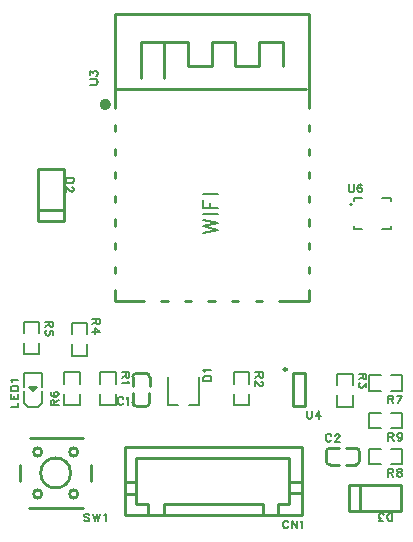
<source format=gto>
G04 Layer: TopSilkscreenLayer*
G04 EasyEDA Pro v1.8.39.fb3963, 2022-11-08 16:35:25*
G04 Gerber Generator version 0.3*
G04 Scale: 100 percent, Rotated: No, Reflected: No*
G04 Dimensions in millimeters*
G04 Leading zeros omitted, absolute positions, 3 integers and 3 decimals*
%FSLAX33Y33*%
%MOMM*%
%ADD10C,0.2032*%
%ADD11C,0.1524*%
%ADD12C,0.254*%
%ADD13C,0.24892*%
%ADD14C,0.151994*%
%ADD15C,0.14986*%
%ADD16C,0.5045*%
%ADD17C,0.499999*%
G75*


G04 Text Start*
G04 //text: WIFI*
G54D10*
G01X17586Y-19194D02*
G01X18788Y-18907D01*
G01X17586Y-18622D02*
G01X18788Y-18907D01*
G01X17586Y-18622D02*
G01X18788Y-18335D01*
G01X17586Y-18051D02*
G01X18788Y-18335D01*
G01X17586Y-17573D02*
G01X18788Y-17573D01*
G01X17586Y-17096D02*
G01X18788Y-17096D01*
G01X17586Y-17096D02*
G01X17586Y-16351D01*
G01X18158Y-17096D02*
G01X18158Y-16638D01*
G01X17586Y-15874D02*
G01X18788Y-15874D01*
G04 //text: U3*
G54D11*
G01X8000Y-6615D02*
G01X8465Y-6615D01*
G01X8557Y-6585D01*
G01X8620Y-6521D01*
G01X8651Y-6430D01*
G01Y-6366D01*
G01X8620Y-6275D01*
G01X8557Y-6214D01*
G01X8465Y-6181D01*
G01X8000D01*
G01X8000Y-5817D02*
G01X8000Y-5477D01*
G01X8247Y-5665D01*
G01Y-5571D01*
G01X8277Y-5510D01*
G01X8310Y-5477D01*
G01X8402Y-5447D01*
G01X8465D01*
G01X8557Y-5477D01*
G01X8620Y-5541D01*
G01X8651Y-5632D01*
G01Y-5726D01*
G01X8620Y-5817D01*
G01X8587Y-5851D01*
G01X8526Y-5881D01*
G04 //text: U4*
G01X26365Y-34237D02*
G01X26365Y-34701D01*
G01X26396Y-34793D01*
G01X26459Y-34856D01*
G01X26551Y-34887D01*
G01X26614D01*
G01X26706Y-34856D01*
G01X26767Y-34793D01*
G01X26800Y-34701D01*
G01Y-34237D01*
G01X27409Y-34237D02*
G01X27099Y-34668D01*
G01X27564D01*
G01X27409Y-34237D02*
G01X27409Y-34887D01*
G04 //text: C1*
G01X10783Y-33231D02*
G01X10753Y-33167D01*
G01X10689Y-33106D01*
G01X10628Y-33076D01*
G01X10504D01*
G01X10443Y-33106D01*
G01X10379Y-33167D01*
G01X10349Y-33231D01*
G01X10318Y-33322D01*
G01Y-33477D01*
G01X10349Y-33571D01*
G01X10379Y-33632D01*
G01X10443Y-33696D01*
G01X10504Y-33726D01*
G01X10628D01*
G01X10689Y-33696D01*
G01X10753Y-33632D01*
G01X10783Y-33571D01*
G01X11083Y-33200D02*
G01X11146Y-33167D01*
G01X11238Y-33076D01*
G01Y-33726D01*
G04 //text: D1*
G01X17580Y-31695D02*
G01X18230Y-31695D01*
G01X17580Y-31695D02*
G01X17580Y-31479D01*
G01X17611Y-31386D01*
G01X17672Y-31325D01*
G01X17735Y-31294D01*
G01X17827Y-31261D01*
G01X17981D01*
G01X18075Y-31294D01*
G01X18136Y-31325D01*
G01X18200Y-31386D01*
G01X18230Y-31479D01*
G01Y-31695D01*
G01X17705Y-30961D02*
G01X17672Y-30898D01*
G01X17580Y-30806D01*
G01X18230D01*
G04 //text: R3*
G01X31397Y-31118D02*
G01X30747Y-31118D01*
G01X31397Y-31118D02*
G01X31397Y-31398D01*
G01X31367Y-31489D01*
G01X31336Y-31520D01*
G01X31273Y-31553D01*
G01X31212D01*
G01X31151Y-31520D01*
G01X31120Y-31489D01*
G01X31087Y-31398D01*
G01Y-31118D01*
G01X31087Y-31334D02*
G01X30747Y-31553D01*
G01X31397Y-31916D02*
G01X31397Y-32256D01*
G01X31151Y-32068D01*
G01Y-32162D01*
G01X31120Y-32223D01*
G01X31087Y-32256D01*
G01X30996Y-32287D01*
G01X30932D01*
G01X30841Y-32256D01*
G01X30777Y-32193D01*
G01X30747Y-32101D01*
G01Y-32007D01*
G01X30777Y-31916D01*
G01X30810Y-31883D01*
G01X30871Y-31852D01*
G04 //text: R4*
G01X8816Y-26492D02*
G01X8166Y-26492D01*
G01X8816Y-26492D02*
G01X8816Y-26772D01*
G01X8786Y-26863D01*
G01X8755Y-26894D01*
G01X8692Y-26927D01*
G01X8631D01*
G01X8570Y-26894D01*
G01X8539Y-26863D01*
G01X8506Y-26772D01*
G01Y-26492D01*
G01X8506Y-26708D02*
G01X8166Y-26927D01*
G01X8816Y-27536D02*
G01X8385Y-27226D01*
G01Y-27691D01*
G01X8816Y-27536D02*
G01X8166Y-27536D01*
G04 //text: SW1*
G01X7929Y-43043D02*
G01X7865Y-42982D01*
G01X7774Y-42951D01*
G01X7649D01*
G01X7555Y-42982D01*
G01X7494Y-43043D01*
G01Y-43106D01*
G01X7525Y-43167D01*
G01X7555Y-43198D01*
G01X7619Y-43228D01*
G01X7804Y-43292D01*
G01X7865Y-43322D01*
G01X7896Y-43353D01*
G01X7929Y-43416D01*
G01Y-43508D01*
G01X7865Y-43571D01*
G01X7774Y-43602D01*
G01X7649D01*
G01X7555Y-43571D01*
G01X7494Y-43508D01*
G01X8228Y-42951D02*
G01X8383Y-43602D01*
G01X8538Y-42951D02*
G01X8383Y-43602D01*
G01X8538Y-42951D02*
G01X8693Y-43602D01*
G01X8848Y-42951D02*
G01X8693Y-43602D01*
G01X9148Y-43076D02*
G01X9211Y-43043D01*
G01X9303Y-42951D01*
G01Y-43602D01*
G04 //text: R5*
G01X4854Y-26691D02*
G01X4204Y-26691D01*
G01X4854Y-26691D02*
G01X4854Y-26970D01*
G01X4824Y-27061D01*
G01X4793Y-27092D01*
G01X4730Y-27125D01*
G01X4669D01*
G01X4608Y-27092D01*
G01X4577Y-27061D01*
G01X4544Y-26970D01*
G01Y-26691D01*
G01X4544Y-26906D02*
G01X4204Y-27125D01*
G01X4854Y-27795D02*
G01X4854Y-27488D01*
G01X4577Y-27455D01*
G01X4608Y-27488D01*
G01X4638Y-27580D01*
G01Y-27674D01*
G01X4608Y-27765D01*
G01X4544Y-27828D01*
G01X4453Y-27859D01*
G01X4389D01*
G01X4298Y-27828D01*
G01X4234Y-27765D01*
G01X4204Y-27674D01*
G01Y-27580D01*
G01X4234Y-27488D01*
G01X4267Y-27455D01*
G01X4328Y-27425D01*
G04 //text: R6*
G01X4671Y-33761D02*
G01X5321Y-33761D01*
G01X4671Y-33761D02*
G01X4671Y-33482D01*
G01X4701Y-33391D01*
G01X4732Y-33360D01*
G01X4795Y-33327D01*
G01X4856D01*
G01X4917Y-33360D01*
G01X4948Y-33391D01*
G01X4981Y-33482D01*
G01Y-33761D01*
G01X4981Y-33546D02*
G01X5321Y-33327D01*
G01X4762Y-32657D02*
G01X4701Y-32687D01*
G01X4671Y-32778D01*
G01Y-32842D01*
G01X4701Y-32933D01*
G01X4795Y-32997D01*
G01X4948Y-33027D01*
G01X5103D01*
G01X5227Y-32997D01*
G01X5291Y-32933D01*
G01X5321Y-32842D01*
G01Y-32811D01*
G01X5291Y-32718D01*
G01X5227Y-32657D01*
G01X5136Y-32624D01*
G01X5103D01*
G01X5011Y-32657D01*
G01X4948Y-32718D01*
G01X4917Y-32811D01*
G01Y-32842D01*
G01X4948Y-32933D01*
G01X5011Y-32997D01*
G01X5103Y-33027D01*
G04 //text: LED1*
G01X1276Y-33910D02*
G01X1927Y-33910D01*
G01X1927Y-33910D02*
G01X1927Y-33539D01*
G01X1276Y-33237D02*
G01X1927Y-33237D01*
G01X1276Y-33237D02*
G01X1276Y-32836D01*
G01X1586Y-33237D02*
G01X1586Y-32991D01*
G01X1927Y-33237D02*
G01X1927Y-32836D01*
G01X1276Y-32534D02*
G01X1927Y-32534D01*
G01X1276Y-32534D02*
G01X1276Y-32318D01*
G01X1307Y-32224D01*
G01X1368Y-32163D01*
G01X1431Y-32132D01*
G01X1523Y-32102D01*
G01X1678D01*
G01X1772Y-32132D01*
G01X1833Y-32163D01*
G01X1896Y-32224D01*
G01X1927Y-32318D01*
G01Y-32534D01*
G01X1401Y-31800D02*
G01X1368Y-31739D01*
G01X1276Y-31645D01*
G01X1927D01*
G04 //text: R2*
G01X22634Y-30991D02*
G01X21984Y-30991D01*
G01X22634Y-30991D02*
G01X22634Y-31271D01*
G01X22604Y-31362D01*
G01X22573Y-31393D01*
G01X22510Y-31426D01*
G01X22449D01*
G01X22388Y-31393D01*
G01X22357Y-31362D01*
G01X22324Y-31271D01*
G01Y-30991D01*
G01X22324Y-31207D02*
G01X21984Y-31426D01*
G01X22479Y-31756D02*
G01X22510Y-31756D01*
G01X22573Y-31789D01*
G01X22604Y-31819D01*
G01X22634Y-31880D01*
G01Y-32005D01*
G01X22604Y-32066D01*
G01X22573Y-32096D01*
G01X22510Y-32129D01*
G01X22449D01*
G01X22388Y-32096D01*
G01X22294Y-32035D01*
G01X21984Y-31725D01*
G01Y-32160D01*
G04 //text: C2*
G01X28411Y-36343D02*
G01X28380Y-36280D01*
G01X28317Y-36219D01*
G01X28256Y-36188D01*
G01X28131D01*
G01X28070Y-36219D01*
G01X28007Y-36280D01*
G01X27976Y-36343D01*
G01X27946Y-36435D01*
G01Y-36590D01*
G01X27976Y-36684D01*
G01X28007Y-36744D01*
G01X28070Y-36808D01*
G01X28131Y-36838D01*
G01X28256D01*
G01X28317Y-36808D01*
G01X28380Y-36744D01*
G01X28411Y-36684D01*
G01X28743Y-36343D02*
G01X28743Y-36313D01*
G01X28774Y-36249D01*
G01X28804Y-36219D01*
G01X28865Y-36188D01*
G01X28990D01*
G01X29051Y-36219D01*
G01X29084Y-36249D01*
G01X29114Y-36313D01*
G01Y-36374D01*
G01X29084Y-36435D01*
G01X29020Y-36529D01*
G01X28710Y-36838D01*
G01X29145D01*
G04 //text: D2*
G01X6611Y-14546D02*
G01X5961Y-14546D01*
G01X6611Y-14546D02*
G01X6611Y-14762D01*
G01X6580Y-14856D01*
G01X6519Y-14917D01*
G01X6456Y-14947D01*
G01X6364Y-14980D01*
G01X6209D01*
G01X6115Y-14947D01*
G01X6055Y-14917D01*
G01X5991Y-14856D01*
G01X5961Y-14762D01*
G01Y-14546D01*
G01X6456Y-15310D02*
G01X6486Y-15310D01*
G01X6550Y-15343D01*
G01X6580Y-15374D01*
G01X6611Y-15435D01*
G01Y-15559D01*
G01X6580Y-15620D01*
G01X6550Y-15651D01*
G01X6486Y-15684D01*
G01X6425D01*
G01X6364Y-15651D01*
G01X6270Y-15590D01*
G01X5961Y-15280D01*
G01Y-15714D01*
G04 //text: D3*
G01X33587Y-43568D02*
G01X33587Y-42918D01*
G01X33587Y-43568D02*
G01X33371Y-43568D01*
G01X33277Y-43537D01*
G01X33216Y-43476D01*
G01X33186Y-43413D01*
G01X33153Y-43321D01*
G01Y-43166D01*
G01X33186Y-43072D01*
G01X33216Y-43012D01*
G01X33277Y-42948D01*
G01X33371Y-42918D01*
G01X33587D01*
G01X32790Y-43568D02*
G01X32449Y-43568D01*
G01X32637Y-43321D01*
G01X32543D01*
G01X32482Y-43291D01*
G01X32449Y-43258D01*
G01X32419Y-43166D01*
G01Y-43103D01*
G01X32449Y-43012D01*
G01X32513Y-42948D01*
G01X32604Y-42918D01*
G01X32698D01*
G01X32790Y-42948D01*
G01X32823Y-42981D01*
G01X32853Y-43042D01*
G04 //text: CN1*
G01X24777Y-43677D02*
G01X24747Y-43613D01*
G01X24683Y-43552D01*
G01X24622Y-43522D01*
G01X24498D01*
G01X24437Y-43552D01*
G01X24373Y-43613D01*
G01X24343Y-43677D01*
G01X24312Y-43768D01*
G01Y-43923D01*
G01X24343Y-44017D01*
G01X24373Y-44078D01*
G01X24437Y-44141D01*
G01X24498Y-44172D01*
G01X24622D01*
G01X24683Y-44141D01*
G01X24747Y-44078D01*
G01X24777Y-44017D01*
G01X25077Y-43522D02*
G01X25077Y-44172D01*
G01X25077Y-43522D02*
G01X25511Y-44172D01*
G01X25511Y-43522D02*
G01X25511Y-44172D01*
G01X25811Y-43646D02*
G01X25874Y-43613D01*
G01X25966Y-43522D01*
G01Y-44172D01*
G04 //text: R7*
G01X33245Y-32941D02*
G01X33245Y-33592D01*
G01X33245Y-32941D02*
G01X33525Y-32941D01*
G01X33616Y-32972D01*
G01X33647Y-33002D01*
G01X33680Y-33066D01*
G01Y-33127D01*
G01X33647Y-33188D01*
G01X33616Y-33218D01*
G01X33525Y-33251D01*
G01X33245D01*
G01X33461Y-33251D02*
G01X33680Y-33592D01*
G01X34414Y-32941D02*
G01X34104Y-33592D01*
G01X33979Y-32941D02*
G01X34414Y-32941D01*
G04 //text: R8*
G01X33228Y-39164D02*
G01X33228Y-39815D01*
G01X33228Y-39164D02*
G01X33507Y-39164D01*
G01X33599Y-39195D01*
G01X33629Y-39225D01*
G01X33662Y-39289D01*
G01Y-39350D01*
G01X33629Y-39411D01*
G01X33599Y-39441D01*
G01X33507Y-39474D01*
G01X33228D01*
G01X33444Y-39474D02*
G01X33662Y-39815D01*
G01X34117Y-39164D02*
G01X34026Y-39195D01*
G01X33993Y-39256D01*
G01Y-39319D01*
G01X34026Y-39380D01*
G01X34087Y-39411D01*
G01X34211Y-39441D01*
G01X34302Y-39474D01*
G01X34366Y-39535D01*
G01X34396Y-39596D01*
G01Y-39690D01*
G01X34366Y-39751D01*
G01X34333Y-39784D01*
G01X34242Y-39815D01*
G01X34117D01*
G01X34026Y-39784D01*
G01X33993Y-39751D01*
G01X33962Y-39690D01*
G01Y-39596D01*
G01X33993Y-39535D01*
G01X34056Y-39474D01*
G01X34148Y-39441D01*
G01X34272Y-39411D01*
G01X34333Y-39380D01*
G01X34366Y-39319D01*
G01Y-39256D01*
G01X34333Y-39195D01*
G01X34242Y-39164D01*
G01X34117D01*
G04 //text: R9*
G01X33259Y-36116D02*
G01X33259Y-36767D01*
G01X33259Y-36116D02*
G01X33538Y-36116D01*
G01X33629Y-36147D01*
G01X33660Y-36177D01*
G01X33693Y-36241D01*
G01Y-36302D01*
G01X33660Y-36363D01*
G01X33629Y-36393D01*
G01X33538Y-36426D01*
G01X33259D01*
G01X33474Y-36426D02*
G01X33693Y-36767D01*
G01X34396Y-36332D02*
G01X34363Y-36426D01*
G01X34302Y-36487D01*
G01X34208Y-36518D01*
G01X34178D01*
G01X34087Y-36487D01*
G01X34023Y-36426D01*
G01X33993Y-36332D01*
G01Y-36302D01*
G01X34023Y-36208D01*
G01X34087Y-36147D01*
G01X34178Y-36116D01*
G01X34208D01*
G01X34302Y-36147D01*
G01X34363Y-36208D01*
G01X34396Y-36332D01*
G01Y-36487D01*
G01X34363Y-36642D01*
G01X34302Y-36736D01*
G01X34208Y-36767D01*
G01X34148D01*
G01X34056Y-36736D01*
G01X34023Y-36673D01*
G04 //text: U6*
G01X29898Y-15054D02*
G01X29898Y-15519D01*
G01X29929Y-15611D01*
G01X29992Y-15674D01*
G01X30084Y-15704D01*
G01X30147D01*
G01X30239Y-15674D01*
G01X30300Y-15611D01*
G01X30333Y-15519D01*
G01Y-15054D01*
G01X31003Y-15146D02*
G01X30973Y-15085D01*
G01X30881Y-15054D01*
G01X30818D01*
G01X30726Y-15085D01*
G01X30663Y-15179D01*
G01X30632Y-15331D01*
G01Y-15486D01*
G01X30663Y-15611D01*
G01X30726Y-15674D01*
G01X30818Y-15704D01*
G01X30848D01*
G01X30942Y-15674D01*
G01X31003Y-15611D01*
G01X31036Y-15519D01*
G01Y-15486D01*
G01X31003Y-15395D01*
G01X30942Y-15331D01*
G01X30848Y-15301D01*
G01X30818D01*
G01X30726Y-15331D01*
G01X30663Y-15395D01*
G01X30632Y-15486D01*
G04 //text: R1*
G01X11331Y-30991D02*
G01X10681Y-30991D01*
G01X11331Y-30991D02*
G01X11331Y-31271D01*
G01X11301Y-31362D01*
G01X11270Y-31393D01*
G01X11207Y-31426D01*
G01X11146D01*
G01X11085Y-31393D01*
G01X11054Y-31362D01*
G01X11021Y-31271D01*
G01Y-30991D01*
G01X11021Y-31207D02*
G01X10681Y-31426D01*
G01X11207Y-31725D02*
G01X11240Y-31789D01*
G01X11331Y-31880D01*
G01X10681D01*
G04 Text End*

G04 PolygonModel Start*
G54D12*
G01X14288Y-3045D02*
G01X16288Y-3045D01*
G01X16288Y-3045D02*
G01X16288Y-5045D01*
G01X16288Y-5045D02*
G01X18288Y-5045D01*
G01X18288Y-5045D02*
G01X18288Y-3045D01*
G01X18288Y-3045D02*
G01X20288Y-3045D01*
G01X20288Y-3045D02*
G01X20288Y-5045D01*
G01X20288Y-5045D02*
G01X22288Y-5045D01*
G01X22288Y-5045D02*
G01X22288Y-3045D01*
G01X22288Y-3045D02*
G01X24288Y-3045D01*
G01X24288Y-3045D02*
G01X24288Y-5045D01*
G01X12557Y-24945D02*
G01X10088Y-24945D01*
G01X14557Y-24945D02*
G01X14019Y-24945D01*
G01X16557Y-24945D02*
G01X16019Y-24945D01*
G01X18557Y-24945D02*
G01X18019Y-24945D01*
G01X20557Y-24945D02*
G01X20019Y-24945D01*
G01X22557Y-24945D02*
G01X22019Y-24945D01*
G01X26488Y-24026D02*
G01X26488Y-24945D01*
G01X26488Y-24945D02*
G01X24019Y-24945D01*
G01X26488Y-22026D02*
G01X26488Y-22564D01*
G01X26488Y-20026D02*
G01X26488Y-20564D01*
G01X26488Y-18026D02*
G01X26488Y-18564D01*
G01X26488Y-16026D02*
G01X26488Y-16564D01*
G01X26488Y-14026D02*
G01X26488Y-14564D01*
G01X26488Y-12026D02*
G01X26488Y-12564D01*
G01X26488Y-10026D02*
G01X26488Y-10564D01*
G01X10088Y-8564D02*
G01X10088Y-645D01*
G01X10088Y-645D02*
G01X26488Y-645D01*
G01X26488Y-645D02*
G01X26488Y-8564D01*
G01X10088Y-10564D02*
G01X10088Y-10026D01*
G01X10088Y-12564D02*
G01X10088Y-12026D01*
G01X10088Y-14564D02*
G01X10088Y-14026D01*
G01X10088Y-16564D02*
G01X10088Y-16026D01*
G01X10088Y-18564D02*
G01X10088Y-18026D01*
G01X10088Y-20564D02*
G01X10088Y-20026D01*
G01X10088Y-22564D02*
G01X10088Y-22026D01*
G01X10088Y-24945D02*
G01X10088Y-24026D01*
G01X10287Y-6989D02*
G01X26289Y-6989D01*
G01X12288Y-6045D02*
G01X12288Y-3045D01*
G01X12288Y-3045D02*
G01X14288Y-3045D01*
G01X14288Y-3045D02*
G01X14288Y-6045D01*
G01X25154Y-30998D02*
G01X26154Y-30998D01*
G01X26154Y-30998D02*
G01X26154Y-33797D01*
G01X26154Y-33797D02*
G01X25154Y-33797D01*
G01X25154Y-33797D02*
G01X25154Y-30998D01*
G54D13*
G01X24384Y-30734D02*
G02X24633Y-30735I124J-1D01*
G02X24384Y-30737I-124J0D01*
G54D12*
G01X11919Y-31060D02*
G01X12719Y-31060D01*
G01X11609Y-32170D02*
G01X11609Y-31370D01*
G01X13029Y-32170D02*
G01X13029Y-31370D01*
G01X11604Y-32746D02*
G01X11604Y-33546D01*
G01X11913Y-33855D02*
G01X12713Y-33855D01*
G01X13023Y-32746D02*
G01X13023Y-33546D01*
G01X11913Y-33856D02*
G02X11604Y-33546I0J310D01*
G01X13023Y-33546D02*
G02X12713Y-33856I-310J-0D01*
G01X11609Y-31370D02*
G02X11919Y-31060I310J0D01*
G01X12719Y-31060D02*
G02X13029Y-31370I0J-310D01*
G54D14*
G01X14577Y-33701D02*
G01X14577Y-31401D01*
G01X15177Y-33701D02*
G01X14577Y-33701D01*
G01X16330Y-33701D02*
G01X17077Y-33701D01*
G01X17077Y-33701D02*
G01X17177Y-33701D01*
G01X17177Y-33701D02*
G01X17177Y-31401D01*
G01X15177Y-33701D02*
G01X15423Y-33701D01*
G54D11*
G01X28930Y-32930D02*
G01X28930Y-33888D01*
G01X28930Y-33888D02*
G01X30252Y-33888D01*
G01X30252Y-33888D02*
G01X30252Y-32930D01*
G01X28930Y-32077D02*
G01X28930Y-31118D01*
G01X28930Y-31118D02*
G01X30252Y-31118D01*
G01X30252Y-31118D02*
G01X30252Y-32077D01*
G01X6451Y-28612D02*
G01X6451Y-29570D01*
G01X6451Y-29570D02*
G01X7773Y-29570D01*
G01X7773Y-29570D02*
G01X7773Y-28612D01*
G01X6451Y-27759D02*
G01X6451Y-26800D01*
G01X6451Y-26800D02*
G01X7773Y-26800D01*
G01X7773Y-26800D02*
G01X7773Y-27759D01*
G54D12*
G01X8080Y-38796D02*
G01X8080Y-40198D01*
G01X2080Y-38796D02*
G01X2080Y-40198D01*
G01X7353Y-36497D02*
G01X2880Y-36497D01*
G01X7353Y-42497D02*
G01X2807Y-42497D01*
G54D11*
G01X2387Y-28502D02*
G01X2387Y-29461D01*
G01X2387Y-29461D02*
G01X3709Y-29461D01*
G01X3709Y-29461D02*
G01X3709Y-28502D01*
G01X2387Y-27649D02*
G01X2387Y-26691D01*
G01X2387Y-26691D02*
G01X3709Y-26691D01*
G01X3709Y-26691D02*
G01X3709Y-27649D01*
G01X7138Y-31950D02*
G01X7138Y-30991D01*
G01X7138Y-30991D02*
G01X5816Y-30991D01*
G01X5816Y-30991D02*
G01X5816Y-31950D01*
G01X7138Y-32803D02*
G01X7138Y-33761D01*
G01X7138Y-33761D02*
G01X5816Y-33761D01*
G01X5816Y-33761D02*
G01X5816Y-32803D01*
G54D15*
G01X3500Y-32202D02*
G01X3500Y-32212D01*
G01X3500Y-32212D02*
G01X3170Y-32542D01*
G01X2822Y-32202D02*
G01X2832Y-32202D01*
G01X2832Y-32202D02*
G01X3170Y-32542D01*
G01X2822Y-32202D02*
G01X3500Y-32202D01*
G01X2421Y-32182D02*
G01X2421Y-31034D01*
G01X3922Y-32182D02*
G01X3922Y-31034D01*
G01X2421Y-31034D02*
G01X3901Y-31034D01*
G01X3924Y-32563D02*
G01X3924Y-33612D01*
G01X3523Y-33912D02*
G01X3625Y-33912D01*
G01X3625Y-33912D02*
G01X3924Y-33612D01*
G01X2824Y-33912D02*
G01X3523Y-33912D01*
G01X2824Y-33912D02*
G01X2723Y-33912D01*
G01X2723Y-33912D02*
G01X2423Y-33612D01*
G01X2423Y-32563D02*
G01X2423Y-33612D01*
G01X3170Y-32202D02*
G01X3170Y-32542D01*
G54D11*
G01X20167Y-32803D02*
G01X20167Y-33761D01*
G01X20167Y-33761D02*
G01X21489Y-33761D01*
G01X21489Y-33761D02*
G01X21489Y-32803D01*
G01X20167Y-31950D02*
G01X20167Y-30991D01*
G01X20167Y-30991D02*
G01X21489Y-30991D01*
G01X21489Y-30991D02*
G01X21489Y-31950D01*
G54D12*
G01X30792Y-37700D02*
G01X30792Y-38500D01*
G01X29682Y-37390D02*
G01X30482Y-37390D01*
G01X29682Y-38810D02*
G01X30482Y-38810D01*
G01X29106Y-37385D02*
G01X28306Y-37385D01*
G01X27997Y-37694D02*
G01X27997Y-38494D01*
G01X29106Y-38804D02*
G01X28306Y-38804D01*
G01X27997Y-37694D02*
G02X28306Y-37385I310J0D01*
G01X28306Y-38804D02*
G02X27997Y-38494I-0J310D01*
G01X30482Y-37390D02*
G02X30792Y-37700I0J-310D01*
G01X30792Y-38500D02*
G02X30482Y-38810I-310J0D01*
G01X3599Y-18202D02*
G01X3599Y-13802D01*
G01X5799Y-18202D02*
G01X5799Y-13802D01*
G01X3599Y-18202D02*
G01X5799Y-18202D01*
G01X3599Y-13802D02*
G01X5799Y-13802D01*
G01X3599Y-17262D02*
G01X5799Y-17262D01*
G01X29931Y-40556D02*
G01X34331Y-40556D01*
G01X29931Y-42756D02*
G01X34331Y-42756D01*
G01X29931Y-40556D02*
G01X29931Y-42756D01*
G01X34331Y-40556D02*
G01X34331Y-42756D01*
G01X30871Y-40556D02*
G01X30871Y-42756D01*
G01X11915Y-40272D02*
G01X10915Y-40272D01*
G01X11915Y-41317D02*
G01X10922Y-41317D01*
G01X24815Y-40257D02*
G01X25915Y-40257D01*
G01X24815Y-41198D02*
G01X25915Y-41198D01*
G01X10922Y-40837D02*
G01X10922Y-43067D01*
G01X10922Y-43067D02*
G01X25915Y-43067D01*
G01X25915Y-43067D02*
G01X25915Y-37267D01*
G01X25915Y-37267D02*
G01X10915Y-37267D01*
G01X10915Y-37267D02*
G01X10915Y-40917D01*
G01X14229Y-43067D02*
G01X14229Y-42117D01*
G01X14229Y-42117D02*
G01X22615Y-42117D01*
G01X22615Y-42117D02*
G01X22615Y-43067D01*
G01X12907Y-43067D02*
G01X12907Y-42117D01*
G01X12907Y-42117D02*
G01X11915Y-42117D01*
G01X11915Y-42117D02*
G01X11915Y-38217D01*
G01X11915Y-38217D02*
G01X24815Y-38217D01*
G01X24815Y-38217D02*
G01X24815Y-42117D01*
G01X24815Y-42117D02*
G01X23915Y-42117D01*
G01X23915Y-42117D02*
G01X23915Y-43067D01*
G54D11*
G01X32602Y-31216D02*
G01X31644Y-31216D01*
G01X31644Y-31216D02*
G01X31644Y-32538D01*
G01X31644Y-32538D02*
G01X32602Y-32538D01*
G01X33455Y-31216D02*
G01X34414Y-31216D01*
G01X34414Y-31216D02*
G01X34414Y-32538D01*
G01X34414Y-32538D02*
G01X33455Y-32538D01*
G01X32585Y-37439D02*
G01X31626Y-37439D01*
G01X31626Y-37439D02*
G01X31626Y-38761D01*
G01X31626Y-38761D02*
G01X32585Y-38761D01*
G01X33438Y-37439D02*
G01X34396Y-37439D01*
G01X34396Y-37439D02*
G01X34396Y-38761D01*
G01X34396Y-38761D02*
G01X33438Y-38761D01*
G01X32585Y-34391D02*
G01X31626Y-34391D01*
G01X31626Y-34391D02*
G01X31626Y-35713D01*
G01X31626Y-35713D02*
G01X32585Y-35713D01*
G01X33438Y-34391D02*
G01X34396Y-34391D01*
G01X34396Y-34391D02*
G01X34396Y-35713D01*
G01X34396Y-35713D02*
G01X33438Y-35713D01*
G01X32708Y-16200D02*
G01X33454Y-16200D01*
G01X33454Y-16200D02*
G01X33454Y-16446D01*
G01X32708Y-18852D02*
G01X33454Y-18852D01*
G01X33454Y-18852D02*
G01X33454Y-18605D01*
G01X31046Y-16200D02*
G01X30300Y-16200D01*
G01X30300Y-16200D02*
G01X30300Y-16446D01*
G01X31046Y-18852D02*
G01X30300Y-18852D01*
G01X30300Y-18852D02*
G01X30300Y-18605D01*
G01X8864Y-32803D02*
G01X8864Y-33761D01*
G01X8864Y-33761D02*
G01X10186Y-33761D01*
G01X10186Y-33761D02*
G01X10186Y-32803D01*
G01X8864Y-31950D02*
G01X8864Y-30991D01*
G01X8864Y-30991D02*
G01X10186Y-30991D01*
G01X10186Y-30991D02*
G01X10186Y-31950D01*
G04 PolygonModel End*

G04 Circle Start*
G54D17*
G01X9056Y-8295D02*
G03X9520Y-8295I232J0D01*
G03X9056I-232J0D01*
G54D12*
G01X3810Y-39497D02*
G03X6350Y-39497I1270J0D01*
G03X3810I-1270J0D01*
G01X3198Y-41275D02*
G03X3914Y-41275I358J0D01*
G03X3198I-358J0D01*
G01X6246Y-41275D02*
G03X6962Y-41275I358J0D01*
G03X6246I-358J0D01*
G01X6246Y-37719D02*
G03X6962Y-37719I358J0D01*
G03X6246I-358J0D01*
G01X3198Y-37719D02*
G03X3914Y-37719I358J0D01*
G03X3198I-358J0D01*
G54D15*
G01X30023Y-16764D02*
G03X30175Y-16764I76J0D01*
G03X30023I-76J0D01*
G04 Circle End*

M02*

</source>
